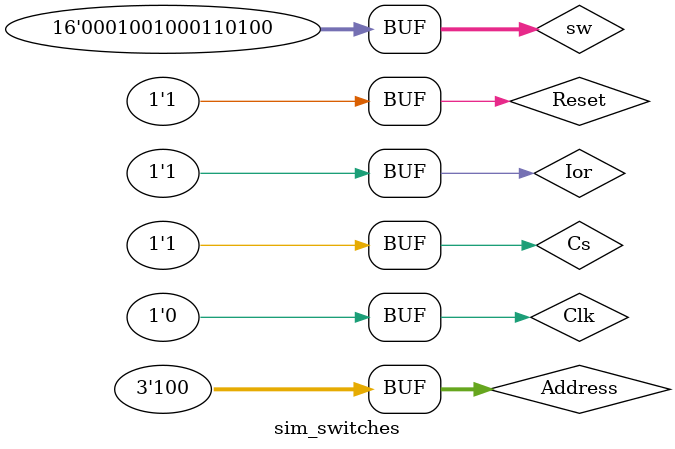
<source format=v>
`timescale 1ns / 1ps


module sim_switches(

    );
reg Reset;
reg [2:0] Address;
reg Cs;
reg Clk;
reg Ior;
wire [15:0] Rdata;
reg [15:0] sw;
wire cstest;
wire iortest;
wire [15:0] Rdata2;

dev_switches uut(Reset, Address, Cs, Clk ,Ior , Rdata, sw, cstest, iortest, Rdata2);

always begin
Reset=1;
Address=0;
Cs=0;
Ior=0;
sw=16'h1234;
Clk=0;
#5;
Reset=0;
#5;
Reset=1;
#5;


Clk=1;
Address=0;
Cs=1;Ior=1;
sw=16'h1234;
#5;
Clk=0;
#5;

Clk=1;
Address=4;
Cs=1;Ior=1;
sw=16'h1234;
#5;
Clk=0;
#5;
#500;

end
    
    
    
endmodule

</source>
